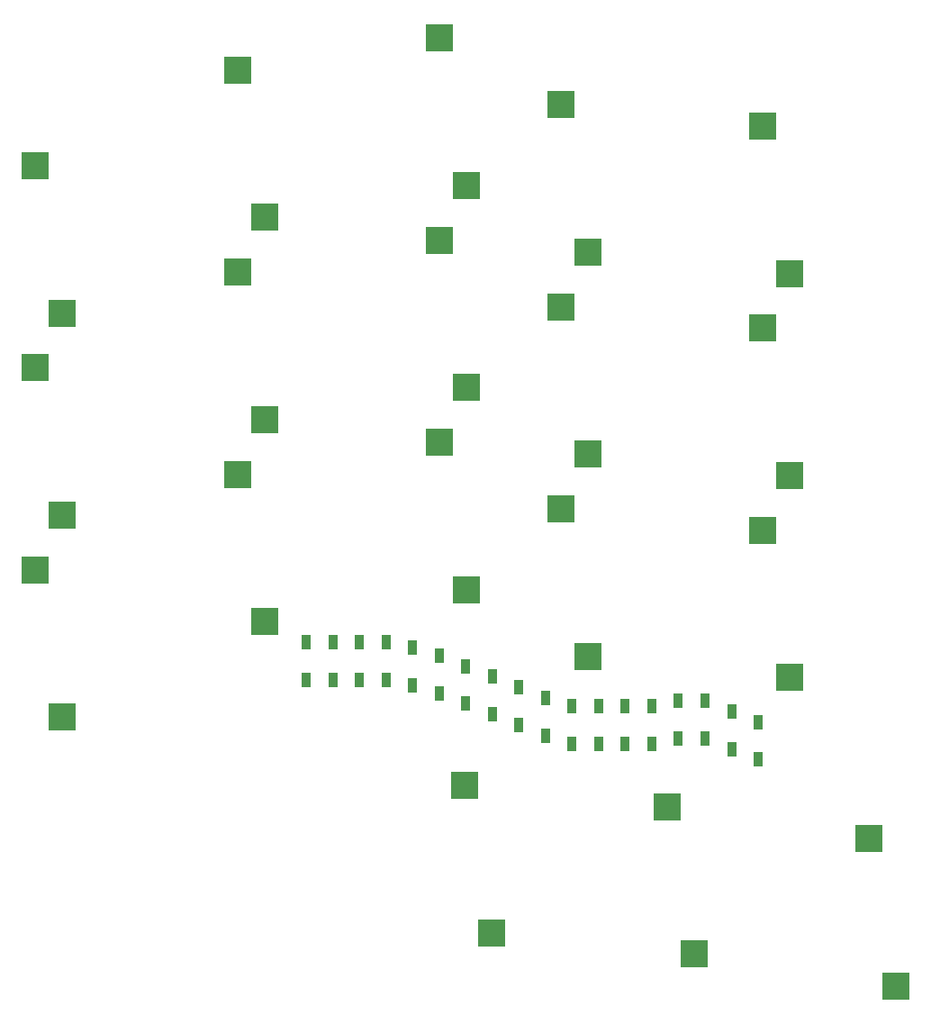
<source format=gbr>
%TF.GenerationSoftware,KiCad,Pcbnew,9.0.4*%
%TF.CreationDate,2025-11-05T06:43:46+09:00*%
%TF.ProjectId,boardloaf,626f6172-646c-46f6-9166-2e6b69636164,rev?*%
%TF.SameCoordinates,Original*%
%TF.FileFunction,Paste,Bot*%
%TF.FilePolarity,Positive*%
%FSLAX46Y46*%
G04 Gerber Fmt 4.6, Leading zero omitted, Abs format (unit mm)*
G04 Created by KiCad (PCBNEW 9.0.4) date 2025-11-05 06:43:46*
%MOMM*%
%LPD*%
G01*
G04 APERTURE LIST*
%ADD10R,2.500000X2.550000*%
%ADD11R,0.940000X1.400000*%
G04 APERTURE END LIST*
D10*
%TO.C,SW16*%
X117420000Y-120710000D03*
X119959999Y-134560000D03*
%TD*%
D11*
%TO.C,D9*%
X122500001Y-115024999D03*
X122499999Y-111475001D03*
%TD*%
D10*
%TO.C,SW9*%
X126420000Y-75710000D03*
X128959999Y-89560000D03*
%TD*%
D11*
%TO.C,D7*%
X117500001Y-113024999D03*
X117499999Y-109475001D03*
%TD*%
%TO.C,D14*%
X135000001Y-116774999D03*
X134999999Y-113225001D03*
%TD*%
%TO.C,D1*%
X102500001Y-110774999D03*
X102499999Y-107225001D03*
%TD*%
%TO.C,D17*%
X142500001Y-117274999D03*
X142499999Y-113725001D03*
%TD*%
%TO.C,D8*%
X120000001Y-114024999D03*
X119999999Y-110475001D03*
%TD*%
D10*
%TO.C,SW15*%
X145420000Y-96710000D03*
X147959999Y-110560000D03*
%TD*%
%TO.C,SW4*%
X126420000Y-56710000D03*
X128959999Y-70560000D03*
%TD*%
D11*
%TO.C,D12*%
X130000001Y-116774999D03*
X129999999Y-113225001D03*
%TD*%
%TO.C,D3*%
X107500001Y-110774999D03*
X107499999Y-107225001D03*
%TD*%
%TO.C,D13*%
X132500001Y-116774999D03*
X132499999Y-113225001D03*
%TD*%
D10*
%TO.C,SW6*%
X79580000Y-95290000D03*
X77040004Y-81440000D03*
%TD*%
D11*
%TO.C,D6*%
X115000001Y-112024999D03*
X114999999Y-108475001D03*
%TD*%
%TO.C,D11*%
X127500001Y-116774999D03*
X127499999Y-113225001D03*
%TD*%
%TO.C,D16*%
X140000001Y-116274999D03*
X139999999Y-112725001D03*
%TD*%
%TO.C,D2*%
X105000001Y-110774999D03*
X104999999Y-107225001D03*
%TD*%
%TO.C,D18*%
X145000001Y-118274999D03*
X144999999Y-114725001D03*
%TD*%
D10*
%TO.C,SW5*%
X145420000Y-58710000D03*
X147959999Y-72560000D03*
%TD*%
%TO.C,SW18*%
X155420000Y-125710000D03*
X157959999Y-139560000D03*
%TD*%
%TO.C,SW11*%
X79580001Y-114290000D03*
X77040005Y-100440000D03*
%TD*%
%TO.C,SW14*%
X126420000Y-94710000D03*
X128959999Y-108560000D03*
%TD*%
%TO.C,SW2*%
X98580004Y-67290008D03*
X96040005Y-53440008D03*
%TD*%
%TO.C,SW13*%
X117580004Y-102290008D03*
X115040005Y-88440008D03*
%TD*%
D11*
%TO.C,D10*%
X125000001Y-116024999D03*
X124999999Y-112475001D03*
%TD*%
D10*
%TO.C,SW17*%
X136420000Y-122710000D03*
X138959999Y-136560000D03*
%TD*%
%TO.C,SW7*%
X98580004Y-86290008D03*
X96040005Y-72440008D03*
%TD*%
%TO.C,SW12*%
X98580004Y-105290008D03*
X96040005Y-91440008D03*
%TD*%
%TO.C,SW8*%
X117580004Y-83290008D03*
X115040005Y-69440008D03*
%TD*%
D11*
%TO.C,D5*%
X112500001Y-111274999D03*
X112499999Y-107725001D03*
%TD*%
%TO.C,D15*%
X137500001Y-116274999D03*
X137499999Y-112725001D03*
%TD*%
%TO.C,D4*%
X110000001Y-110774999D03*
X109999999Y-107225001D03*
%TD*%
D10*
%TO.C,SW1*%
X79579998Y-76289999D03*
X77040002Y-62439999D03*
%TD*%
%TO.C,SW3*%
X117580004Y-64290008D03*
X115040005Y-50440008D03*
%TD*%
%TO.C,SW10*%
X145420000Y-77710000D03*
X147959999Y-91560000D03*
%TD*%
M02*

</source>
